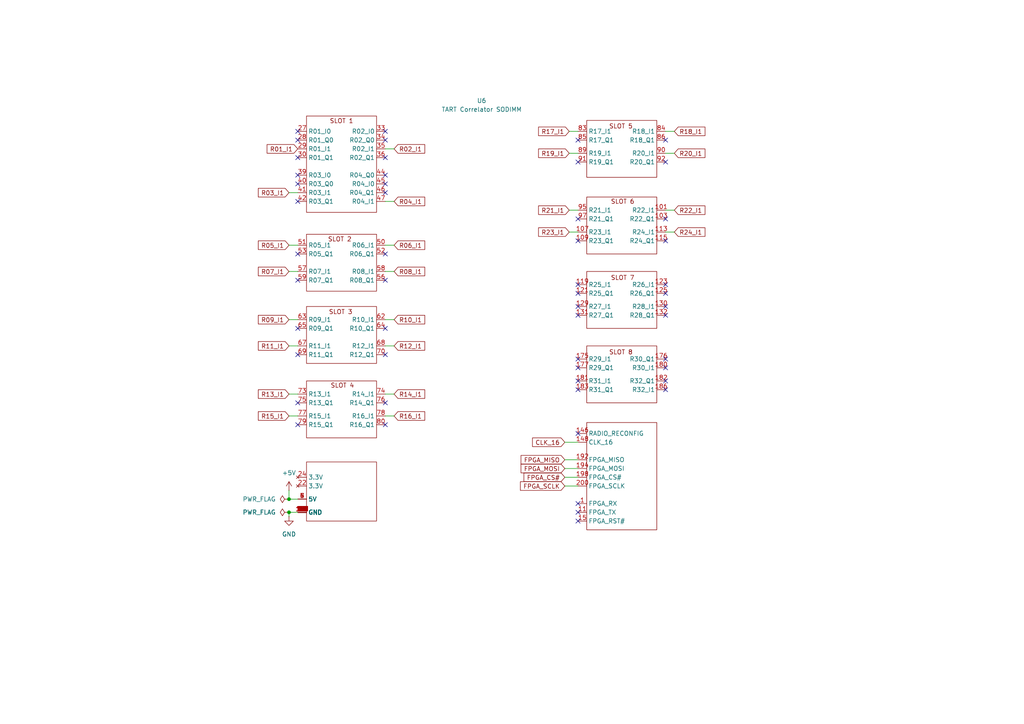
<source format=kicad_sch>
(kicad_sch (version 20250114) (generator "eeschema") (generator_version "9.0")
  (paper "A4")
  (lib_symbols
    (symbol "TART_Library:TART_Correlator"
      (property "Reference" "U" (at 33.02 -35.56 0))
      (property "Value" "TART Correlator SODIMM" (at -3.048 -7.874 0))
      (symbol "TART_Correlator_0_0"
        (pin no_connect line (at -95.25 66.04 0) (length 2.54) (hide yes) (name "NC") (number "10"))
        (pin no_connect line (at -95.25 63.5 0) (length 2.54) (hide yes) (name "NC") (number "12"))
        (pin no_connect line (at -95.25 60.96 0) (length 2.54) (hide yes) (name "NC") (number "16"))
        (pin no_connect line (at -95.25 58.42 0) (length 2.54) (hide yes) (name "NC") (number "17"))
        (pin no_connect line (at -95.25 55.88 0) (length 2.54) (hide yes) (name "NC") (number "18"))
        (pin no_connect line (at -95.25 53.34 0) (length 2.54) (hide yes) (name "NC") (number "21"))
        (pin no_connect line (at -95.25 50.8 0) (length 2.54) (hide yes) (name "NC") (number "23"))
        (pin no_connect line (at -95.25 48.26 0) (length 2.54) (hide yes) (name "NC") (number "81"))
        (pin no_connect line (at -95.25 45.72 0) (length 2.54) (hide yes) (name "NC") (number "82"))
        (pin no_connect line (at -95.25 43.18 0) (length 2.54) (hide yes) (name "NC") (number "87"))
        (pin no_connect line (at -95.25 40.64 0) (length 2.54) (hide yes) (name "NC") (number "88"))
        (pin no_connect line (at -95.25 38.1 0) (length 2.54) (hide yes) (name "NC") (number "93"))
        (pin no_connect line (at -95.25 35.56 0) (length 2.54) (hide yes) (name "NC") (number "94"))
        (pin no_connect line (at -95.25 33.02 0) (length 2.54) (hide yes) (name "NC") (number "96"))
        (pin no_connect line (at -95.25 30.48 0) (length 2.54) (hide yes) (name "NC") (number "98"))
        (pin no_connect line (at -95.25 27.94 0) (length 2.54) (hide yes) (name "NC") (number "99"))
        (pin no_connect line (at -95.25 25.4 0) (length 2.54) (hide yes) (name "NC") (number "100"))
        (pin no_connect line (at -95.25 22.86 0) (length 2.54) (hide yes) (name "NC") (number "102"))
        (pin no_connect line (at -95.25 20.32 0) (length 2.54) (hide yes) (name "NC") (number "104"))
        (pin no_connect line (at -95.25 17.78 0) (length 2.54) (hide yes) (name "NC") (number "105"))
        (pin no_connect line (at -95.25 15.24 0) (length 2.54) (hide yes) (name "NC") (number "106"))
        (pin no_connect line (at -95.25 12.7 0) (length 2.54) (hide yes) (name "NC") (number "108"))
        (pin no_connect line (at -95.25 10.16 0) (length 2.54) (hide yes) (name "NC") (number "110"))
        (pin no_connect line (at -95.25 7.62 0) (length 2.54) (hide yes) (name "NC") (number "111"))
        (pin no_connect line (at -95.25 5.08 0) (length 2.54) (hide yes) (name "NC") (number "112"))
        (pin no_connect line (at -95.25 2.54 0) (length 2.54) (hide yes) (name "NC") (number "114"))
        (pin no_connect line (at -95.25 0 0) (length 2.54) (hide yes) (name "NC") (number "116"))
        (pin no_connect line (at -95.25 -2.54 0) (length 2.54) (hide yes) (name "NC") (number "117"))
        (pin no_connect line (at -95.25 -5.08 0) (length 2.54) (hide yes) (name "NC") (number "118"))
        (pin no_connect line (at -95.25 -7.62 0) (length 2.54) (hide yes) (name "NC") (number "120"))
        (pin no_connect line (at -95.25 -10.16 0) (length 2.54) (hide yes) (name "NC") (number "122"))
        (pin no_connect line (at -95.25 -12.7 0) (length 2.54) (hide yes) (name "NC") (number "126"))
        (pin no_connect line (at -95.25 -15.24 0) (length 2.54) (hide yes) (name "NC") (number "124"))
        (pin no_connect line (at -73.66 63.5 0) (length 2.54) (hide yes) (name "NC") (number "136"))
        (pin no_connect line (at -73.66 60.96 0) (length 2.54) (hide yes) (name "NC") (number "137"))
        (pin no_connect line (at -73.66 58.42 0) (length 2.54) (hide yes) (name "NC") (number "140"))
        (pin no_connect line (at -73.66 55.88 0) (length 2.54) (hide yes) (name "NC") (number "141"))
        (pin no_connect line (at -73.66 53.34 0) (length 2.54) (hide yes) (name "NC") (number "142"))
        (pin no_connect line (at -73.66 50.8 0) (length 2.54) (hide yes) (name "NC") (number "143"))
        (pin no_connect line (at -73.66 48.26 0) (length 2.54) (hide yes) (name "NC") (number "147"))
        (pin no_connect line (at -73.66 45.72 0) (length 2.54) (hide yes) (name "NC") (number "149"))
        (pin no_connect line (at -73.66 43.18 0) (length 2.54) (hide yes) (name "NC") (number "152"))
        (pin no_connect line (at -73.66 40.64 0) (length 2.54) (hide yes) (name "NC") (number "153"))
        (pin no_connect line (at -73.66 38.1 0) (length 2.54) (hide yes) (name "NC") (number "154"))
        (pin no_connect line (at -73.66 35.56 0) (length 2.54) (hide yes) (name "NC") (number "157"))
        (pin no_connect line (at -73.66 33.02 0) (length 2.54) (hide yes) (name "NC") (number "158"))
        (pin no_connect line (at -73.66 30.48 0) (length 2.54) (hide yes) (name "NC") (number "159"))
        (pin no_connect line (at -73.66 27.94 0) (length 2.54) (hide yes) (name "NC") (number "160"))
        (pin no_connect line (at -73.66 25.4 0) (length 2.54) (hide yes) (name "NC") (number "163"))
        (pin no_connect line (at -73.66 22.86 0) (length 2.54) (hide yes) (name "NC") (number "164"))
        (pin no_connect line (at -73.66 20.32 0) (length 2.54) (hide yes) (name "NC") (number "165"))
        (pin no_connect line (at -73.66 17.78 0) (length 2.54) (hide yes) (name "NC") (number "166"))
        (pin no_connect line (at -73.66 15.24 0) (length 2.54) (hide yes) (name "NC") (number "169"))
        (pin no_connect line (at -73.66 12.7 0) (length 2.54) (hide yes) (name "NC") (number "170"))
        (pin no_connect line (at -73.66 10.16 0) (length 2.54) (hide yes) (name "NC") (number "171"))
        (pin no_connect line (at -73.66 7.62 0) (length 2.54) (hide yes) (name "NC") (number "174"))
        (pin no_connect line (at -73.66 5.08 0) (length 2.54) (hide yes) (name "NC") (number "187"))
        (pin no_connect line (at -73.66 2.54 0) (length 2.54) (hide yes) (name "NC") (number "188"))
        (pin no_connect line (at -73.66 0 0) (length 2.54) (hide yes) (name "NC") (number "191"))
        (pin no_connect line (at -73.66 -2.54 0) (length 2.54) (hide yes) (name "NC") (number "193"))
        (pin no_connect line (at -73.66 -5.08 0) (length 2.54) (hide yes) (name "NC") (number "197"))
        (pin no_connect line (at -73.66 -7.62 0) (length 2.54) (hide yes) (name "NC") (number "199"))
        (pin no_connect line (at -73.66 -10.16 0) (length 2.54) (hide yes) (name "NC") (number "201"))
        (pin no_connect line (at -73.66 -12.7 0) (length 2.54) (hide yes) (name "NC") (number "202"))
        (pin no_connect line (at -73.66 -15.24 0) (length 2.54) (hide yes) (name "NC") (number "203"))
        (pin no_connect line (at -73.66 -17.78 0) (length 2.54) (hide yes) (name "NC") (number "204"))
        (pin input line (at -48.26 72.39 0) (length 2.54) (name "R01_I0") (number "27"))
        (pin input line (at -48.26 69.85 0) (length 2.54) (name "R01_Q0") (number "28"))
        (pin input line (at -48.26 67.31 0) (length 2.54) (name "R01_I1") (number "29"))
        (pin input line (at -48.26 64.77 0) (length 2.54) (name "R01_Q1") (number "30"))
        (pin input line (at -48.26 59.69 0) (length 2.54) (name "R03_I0") (number "39"))
        (pin input line (at -48.26 57.15 0) (length 2.54) (name "R03_Q0") (number "40"))
        (pin input line (at -48.26 54.61 0) (length 2.54) (name "R03_I1") (number "41"))
        (pin input line (at -48.26 52.07 0) (length 2.54) (name "R03_Q1") (number "42"))
        (pin input line (at -48.26 39.37 0) (length 2.54) (name "R05_I1") (number "51"))
        (pin input line (at -48.26 36.83 0) (length 2.54) (name "R05_Q1") (number "53"))
        (pin input line (at -48.26 31.75 0) (length 2.54) (name "R07_I1") (number "57"))
        (pin input line (at -48.26 29.21 0) (length 2.54) (name "R07_Q1") (number "59"))
        (pin input line (at -48.26 17.78 0) (length 2.54) (name "R09_I1") (number "63"))
        (pin input line (at -48.26 15.24 0) (length 2.54) (name "R09_Q1") (number "65"))
        (pin input line (at -48.26 10.16 0) (length 2.54) (name "R11_I1") (number "67"))
        (pin input line (at -48.26 7.62 0) (length 2.54) (name "R11_Q1") (number "69"))
        (pin input line (at -48.26 -3.81 0) (length 2.54) (name "R13_I1") (number "73"))
        (pin input line (at -48.26 -6.35 0) (length 2.54) (name "R13_Q1") (number "75"))
        (pin input line (at -48.26 -10.16 0) (length 2.54) (name "R15_I1") (number "77"))
        (pin input line (at -48.26 -12.7 0) (length 2.54) (name "R15_Q1") (number "79"))
        (pin power_in line (at -48.26 -34.29 0) (length 2.54) (name "5V") (number "4"))
        (pin power_in line (at -48.26 -34.29 0) (length 2.54) (name "5V") (number "5"))
        (pin power_in line (at -48.26 -34.29 0) (length 2.54) (name "5V") (number "6"))
        (pin power_in line (at -48.26 -34.29 0) (length 2.54) (name "5V") (number "7"))
        (pin power_in line (at -48.26 -38.1 0) (length 2.54) (name "GND") (number "127"))
        (pin power_in line (at -48.26 -38.1 0) (length 2.54) (name "GND") (number "128"))
        (pin power_in line (at -48.26 -38.1 0) (length 2.54) (name "GND") (number "13"))
        (pin power_in line (at -48.26 -38.1 0) (length 2.54) (name "GND") (number "133"))
        (pin power_in line (at -48.26 -38.1 0) (length 2.54) (name "GND") (number "134"))
        (pin power_in line (at -48.26 -38.1 0) (length 2.54) (name "GND") (number "138"))
        (pin power_in line (at -48.26 -38.1 0) (length 2.54) (name "GND") (number "139"))
        (pin power_in line (at -48.26 -38.1 0) (length 2.54) (name "GND") (number "14"))
        (pin power_in line (at -48.26 -38.1 0) (length 2.54) (name "GND") (number "144"))
        (pin power_in line (at -48.26 -38.1 0) (length 2.54) (name "GND") (number "145"))
        (pin power_in line (at -48.26 -38.1 0) (length 2.54) (name "GND") (number "150"))
        (pin power_in line (at -48.26 -38.1 0) (length 2.54) (name "GND") (number "151"))
        (pin power_in line (at -48.26 -38.1 0) (length 2.54) (name "GND") (number "155"))
        (pin power_in line (at -48.26 -38.1 0) (length 2.54) (name "GND") (number "156"))
        (pin power_in line (at -48.26 -38.1 0) (length 2.54) (name "GND") (number "161"))
        (pin power_in line (at -48.26 -38.1 0) (length 2.54) (name "GND") (number "162"))
        (pin power_in line (at -48.26 -38.1 0) (length 2.54) (name "GND") (number "167"))
        (pin power_in line (at -48.26 -38.1 0) (length 2.54) (name "GND") (number "168"))
        (pin power_in line (at -48.26 -38.1 0) (length 2.54) (name "GND") (number "172"))
        (pin power_in line (at -48.26 -38.1 0) (length 2.54) (name "GND") (number "173"))
        (pin power_in line (at -48.26 -38.1 0) (length 2.54) (name "GND") (number "178"))
        (pin power_in line (at -48.26 -38.1 0) (length 2.54) (name "GND") (number "179"))
        (pin power_in line (at -48.26 -38.1 0) (length 2.54) (name "GND") (number "184"))
        (pin power_in line (at -48.26 -38.1 0) (length 2.54) (name "GND") (number "185"))
        (pin power_in line (at -48.26 -38.1 0) (length 2.54) (name "GND") (number "189"))
        (pin power_in line (at -48.26 -38.1 0) (length 2.54) (name "GND") (number "19"))
        (pin power_in line (at -48.26 -38.1 0) (length 2.54) (name "GND") (number "190"))
        (pin power_in line (at -48.26 -38.1 0) (length 2.54) (name "GND") (number "195"))
        (pin power_in line (at -48.26 -38.1 0) (length 2.54) (name "GND") (number "196"))
        (pin power_in line (at -48.26 -38.1 0) (length 2.54) (name "GND") (number "2"))
        (pin power_in line (at -48.26 -38.1 0) (length 2.54) (name "GND") (number "20"))
        (pin power_in line (at -48.26 -38.1 0) (length 2.54) (name "GND") (number "25"))
        (pin power_in line (at -48.26 -38.1 0) (length 2.54) (name "GND") (number "26"))
        (pin power_in line (at -48.26 -38.1 0) (length 2.54) (name "GND") (number "3"))
        (pin power_in line (at -48.26 -38.1 0) (length 2.54) (name "GND") (number "31"))
        (pin power_in line (at -48.26 -38.1 0) (length 2.54) (name "GND") (number "32"))
        (pin power_in line (at -48.26 -38.1 0) (length 2.54) (name "GND") (number "37"))
        (pin power_in line (at -48.26 -38.1 0) (length 2.54) (name "GND") (number "38"))
        (pin power_in line (at -48.26 -38.1 0) (length 2.54) (name "GND") (number "43"))
        (pin power_in line (at -48.26 -38.1 0) (length 2.54) (name "GND") (number "48"))
        (pin power_in line (at -48.26 -38.1 0) (length 2.54) (name "GND") (number "49"))
        (pin power_in line (at -48.26 -38.1 0) (length 2.54) (name "GND") (number "54"))
        (pin power_in line (at -48.26 -38.1 0) (length 2.54) (name "GND") (number "55"))
        (pin power_in line (at -48.26 -38.1 0) (length 2.54) (name "GND") (number "60"))
        (pin power_in line (at -48.26 -38.1 0) (length 2.54) (name "GND") (number "61"))
        (pin power_in line (at -48.26 -38.1 0) (length 2.54) (name "GND") (number "66"))
        (pin power_in line (at -48.26 -38.1 0) (length 2.54) (name "GND") (number "71"))
        (pin power_in line (at -48.26 -38.1 0) (length 2.54) (name "GND") (number "72"))
        (pin power_in line (at -48.26 -38.1 0) (length 2.54) (name "GND") (number "8"))
        (pin power_in line (at -48.26 -38.1 0) (length 2.54) (name "GND") (number "9"))
        (pin input line (at -22.86 72.39 180) (length 2.54) (name "R02_I0") (number "33"))
        (pin input line (at -22.86 69.85 180) (length 2.54) (name "R02_Q0") (number "34"))
        (pin input line (at -22.86 67.31 180) (length 2.54) (name "R02_I1") (number "35"))
        (pin input line (at -22.86 64.77 180) (length 2.54) (name "R02_Q1") (number "36"))
        (pin input line (at -22.86 59.69 180) (length 2.54) (name "R04_Q0") (number "44"))
        (pin input line (at -22.86 57.15 180) (length 2.54) (name "R04_I0") (number "45"))
        (pin input line (at -22.86 54.61 180) (length 2.54) (name "R04_Q1") (number "46"))
        (pin input line (at -22.86 52.07 180) (length 2.54) (name "R04_I1") (number "47"))
        (pin input line (at -22.86 39.37 180) (length 2.54) (name "R06_I1") (number "50"))
        (pin input line (at -22.86 36.83 180) (length 2.54) (name "R06_Q1") (number "52"))
        (pin input line (at -22.86 31.75 180) (length 2.54) (name "R08_I1") (number "58"))
        (pin input line (at -22.86 29.21 180) (length 2.54) (name "R08_Q1") (number "56"))
        (pin input line (at -22.86 17.78 180) (length 2.54) (name "R10_I1") (number "62"))
        (pin input line (at -22.86 15.24 180) (length 2.54) (name "R10_Q1") (number "64"))
        (pin input line (at -22.86 10.16 180) (length 2.54) (name "R12_I1") (number "68"))
        (pin input line (at -22.86 7.62 180) (length 2.54) (name "R12_Q1") (number "70"))
        (pin input line (at -22.86 -3.81 180) (length 2.54) (name "R14_I1") (number "74"))
        (pin input line (at -22.86 -6.35 180) (length 2.54) (name "R14_Q1") (number "76"))
        (pin input line (at -22.86 -10.16 180) (length 2.54) (name "R16_I1") (number "78"))
        (pin input line (at -22.86 -12.7 180) (length 2.54) (name "R16_Q1") (number "80"))
        (pin input line (at 33.02 72.39 0) (length 2.54) (name "R17_I1") (number "83"))
        (pin input line (at 33.02 69.85 0) (length 2.54) (name "R17_Q1") (number "85"))
        (pin input line (at 33.02 66.04 0) (length 2.54) (name "R19_I1") (number "89"))
        (pin input line (at 33.02 63.5 0) (length 2.54) (name "R19_Q1") (number "91"))
        (pin input line (at 33.02 49.53 0) (length 2.54) (name "R21_I1") (number "95"))
        (pin input line (at 33.02 46.99 0) (length 2.54) (name "R21_Q1") (number "97"))
        (pin input line (at 33.02 43.18 0) (length 2.54) (name "R23_I1") (number "107"))
        (pin input line (at 33.02 40.64 0) (length 2.54) (name "R23_Q1") (number "109"))
        (pin input line (at 33.02 27.94 0) (length 2.54) (name "R25_I1") (number "119"))
        (pin input line (at 33.02 25.4 0) (length 2.54) (name "R25_Q1") (number "121"))
        (pin input line (at 33.02 21.59 0) (length 2.54) (name "R27_I1") (number "129"))
        (pin input line (at 33.02 19.05 0) (length 2.54) (name "R27_Q1") (number "131"))
        (pin input line (at 33.02 6.35 0) (length 2.54) (name "R29_I1") (number "175"))
        (pin input line (at 33.02 3.81 0) (length 2.54) (name "R29_Q1") (number "177"))
        (pin input line (at 33.02 0 0) (length 2.54) (name "R31_I1") (number "181"))
        (pin input line (at 33.02 -2.54 0) (length 2.54) (name "R31_Q1") (number "183"))
        (pin unspecified line (at 33.02 -15.24 0) (length 2.54) (name "RADIO_RECONFIG") (number "146"))
        (pin unspecified line (at 33.02 -17.78 0) (length 2.54) (name "CLK_16") (number "148"))
        (pin unspecified line (at 33.02 -22.86 0) (length 2.54) (name "FPGA_MISO") (number "192"))
        (pin unspecified line (at 33.02 -25.4 0) (length 2.54) (name "FPGA_MOSI") (number "194"))
        (pin unspecified line (at 33.02 -27.94 0) (length 2.54) (name "FPGA_CS#") (number "198"))
        (pin unspecified line (at 33.02 -30.48 0) (length 2.54) (name "FPGA_SCLK") (number "200"))
        (pin unspecified line (at 33.02 -35.56 0) (length 2.54) (name "FPGA_RX") (number "1"))
        (pin unspecified line (at 33.02 -38.1 0) (length 2.54) (name "FPGA_TX") (number "11"))
        (pin unspecified line (at 33.02 -40.64 0) (length 2.54) (name "FPGA_RST#") (number "15"))
        (pin input line (at 58.42 72.39 180) (length 2.54) (name "R18_I1") (number "84"))
        (pin input line (at 58.42 69.85 180) (length 2.54) (name "R18_Q1") (number "86"))
        (pin input line (at 58.42 66.04 180) (length 2.54) (name "R20_I1") (number "90"))
        (pin input line (at 58.42 63.5 180) (length 2.54) (name "R20_Q1") (number "92"))
        (pin input line (at 58.42 49.53 180) (length 2.54) (name "R22_I1") (number "101"))
        (pin input line (at 58.42 46.99 180) (length 2.54) (name "R22_Q1") (number "103"))
        (pin input line (at 58.42 43.18 180) (length 2.54) (name "R24_I1") (number "113"))
        (pin input line (at 58.42 40.64 180) (length 2.54) (name "R24_Q1") (number "115"))
        (pin input line (at 58.42 27.94 180) (length 2.54) (name "R26_I1") (number "123"))
        (pin input line (at 58.42 25.4 180) (length 2.54) (name "R26_Q1") (number "125"))
        (pin input line (at 58.42 21.59 180) (length 2.54) (name "R28_I1") (number "130"))
        (pin input line (at 58.42 19.05 180) (length 2.54) (name "R28_Q1") (number "132"))
        (pin input line (at 58.42 6.35 180) (length 2.54) (name "R30_Q1") (number "176"))
        (pin input line (at 58.42 3.81 180) (length 2.54) (name "R30_I1") (number "180"))
        (pin input line (at 58.42 0 180) (length 2.54) (name "R32_Q1") (number "182"))
        (pin input line (at 58.42 -2.54 180) (length 2.54) (name "R32_I1") (number "186"))
      )
      (symbol "TART_Correlator_0_1"
        (rectangle (start -45.72 76.835) (end -25.4 48.895))
        (rectangle (start -45.72 42.545) (end -25.4 26.035))
        (rectangle (start -45.72 21.59) (end -25.4 5.08))
        (rectangle (start -45.72 0) (end -25.4 -16.51))
        (rectangle (start -45.72 -23.495) (end -25.4 -40.64))
        (rectangle (start 35.56 75.565) (end 55.88 59.055))
        (rectangle (start 35.56 53.34) (end 55.88 36.83))
        (rectangle (start 35.56 31.75) (end 55.88 15.24))
        (rectangle (start 35.56 10.16) (end 55.88 -6.35))
        (rectangle (start 35.56 -12.065) (end 55.88 -43.18))
      )
      (symbol "TART_Correlator_1_0"
        (pin no_connect line (at -73.66 66.04 0) (length 2.54) (hide yes) (name "NC") (number "135"))
        (pin no_connect line (at -48.26 -27.94 0) (length 2.54) (name "3.3V") (number "24"))
        (pin no_connect line (at -48.26 -30.48 0) (length 2.54) (name "3.3V") (number "22"))
      )
      (symbol "TART_Correlator_1_1"
        (text "SLOT 2" (at -36.068 41.148 0) (effects (font (size 1.27 1.27))))
        (text "SLOT 3" (at -35.814 20.066 0) (effects (font (size 1.27 1.27))))
        (text "SLOT 1" (at -35.56 75.438 0) (effects (font (size 1.27 1.27))))
        (text "SLOT 4" (at -35.306 -1.27 0) (effects (font (size 1.27 1.27))))
        (text "SLOT 5" (at 45.466 73.914 0) (effects (font (size 1.27 1.27))))
        (text "SLOT 8" (at 45.466 8.382 0) (effects (font (size 1.27 1.27))))
        (text "SLOT 6" (at 45.974 52.07 0) (effects (font (size 1.27 1.27))))
        (text "SLOT 7" (at 45.974 29.972 0) (effects (font (size 1.27 1.27))))
      )
    )
    (symbol "power:+5V" (power) (pin_numbers (hide yes)) (pin_names (offset 0) (hide yes))
      (property "Value" "+5V" (at 0 3.556 0))
      (symbol "+5V_0_1"
        (polyline (pts (xy -0.762 1.27) (xy 0 2.54)))
        (polyline (pts (xy 0 2.54) (xy 0.762 1.27)))
        (polyline (pts (xy 0 0) (xy 0 2.54)))
      )
      (symbol "+5V_1_1"
        (pin power_in line (at 0 0 90) (length 0) (name "~") (number "1"))
      )
    )
    (symbol "power:GND" (power) (pin_numbers (hide yes)) (pin_names (offset 0) (hide yes))
      (property "Value" "GND" (at 0 -3.81 0))
      (symbol "GND_0_1"
        (polyline (pts (xy 0 0) (xy 0 -1.27) (xy 1.27 -1.27) (xy 0 -2.54) (xy -1.27 -1.27) (xy 0 -1.27)))
      )
      (symbol "GND_1_1"
        (pin power_in line (at 0 0 270) (length 0) (name "~") (number "1"))
      )
    )
    (symbol "power:PWR_FLAG" (power) (pin_numbers (hide yes)) (pin_names (offset 0) (hide yes))
      (property "Value" "PWR_FLAG" (at 0 3.81 0))
      (symbol "PWR_FLAG_0_0"
        (pin power_out line (at 0 0 90) (length 0) (name "~") (number "1"))
      )
      (symbol "PWR_FLAG_0_1"
        (polyline (pts (xy 0 0) (xy 0 1.27) (xy -1.016 1.905) (xy 0 2.54) (xy 1.016 1.905) (xy 0 1.27)))
      )
    )
  )
  (junction (at 83.82 148.59))
  (junction (at 83.82 144.78))
  (no_connect (at 86.36 50.8))
  (no_connect (at 193.04 46.99))
  (no_connect (at 167.64 151.13))
  (no_connect (at 167.64 113.03))
  (no_connect (at 111.76 40.64))
  (no_connect (at 193.04 104.14))
  (no_connect (at 167.64 146.05))
  (no_connect (at 167.64 106.68))
  (no_connect (at 167.64 46.99))
  (no_connect (at 86.36 73.66))
  (no_connect (at 111.76 116.84))
  (no_connect (at 167.64 63.5))
  (no_connect (at 167.64 125.73))
  (no_connect (at 86.36 45.72))
  (no_connect (at 86.36 123.19))
  (no_connect (at 167.64 82.55))
  (no_connect (at 167.64 104.14))
  (no_connect (at 86.36 81.28))
  (no_connect (at 167.64 148.59))
  (no_connect (at 111.76 53.34))
  (no_connect (at 167.64 69.85))
  (no_connect (at 111.76 81.28))
  (no_connect (at 193.04 106.68))
  (no_connect (at 193.04 91.44))
  (no_connect (at 111.76 73.66))
  (no_connect (at 167.64 40.64))
  (no_connect (at 193.04 69.85))
  (no_connect (at 193.04 40.64))
  (no_connect (at 193.04 110.49))
  (no_connect (at 86.36 40.64))
  (no_connect (at 111.76 50.8))
  (no_connect (at 193.04 85.09))
  (no_connect (at 86.36 102.87))
  (no_connect (at 86.36 38.1))
  (no_connect (at 193.04 88.9))
  (no_connect (at 193.04 63.5))
  (no_connect (at 167.64 91.44))
  (no_connect (at 86.36 116.84))
  (no_connect (at 167.64 110.49))
  (no_connect (at 111.76 123.19))
  (no_connect (at 111.76 45.72))
  (no_connect (at 111.76 55.88))
  (no_connect (at 86.36 53.34))
  (no_connect (at 111.76 102.87))
  (no_connect (at 193.04 82.55))
  (no_connect (at 193.04 113.03))
  (no_connect (at 86.36 95.25))
  (no_connect (at 167.64 88.9))
  (no_connect (at 111.76 95.25))
  (no_connect (at 111.76 38.1))
  (no_connect (at 86.36 58.42))
  (no_connect (at 167.64 85.09))
  (wire (pts (xy 163.83 128.27) (xy 167.64 128.27)))
  (wire (pts (xy 86.36 148.59) (xy 83.82 148.59)))
  (wire (pts (xy 83.82 71.12) (xy 86.36 71.12)))
  (wire (pts (xy 163.83 135.89) (xy 167.64 135.89)))
  (wire (pts (xy 114.3 71.12) (xy 111.76 71.12)))
  (wire (pts (xy 83.82 120.65) (xy 86.36 120.65)))
  (wire (pts (xy 114.3 100.33) (xy 111.76 100.33)))
  (wire (pts (xy 114.3 114.3) (xy 111.76 114.3)))
  (wire (pts (xy 195.58 38.1) (xy 193.04 38.1)))
  (wire (pts (xy 83.82 78.74) (xy 86.36 78.74)))
  (wire (pts (xy 165.1 44.45) (xy 167.64 44.45)))
  (wire (pts (xy 83.82 144.78) (xy 83.82 142.24)))
  (wire (pts (xy 163.83 138.43) (xy 167.64 138.43)))
  (wire (pts (xy 86.36 144.78) (xy 83.82 144.78)))
  (wire (pts (xy 114.3 78.74) (xy 111.76 78.74)))
  (wire (pts (xy 114.3 120.65) (xy 111.76 120.65)))
  (wire (pts (xy 114.3 92.71) (xy 111.76 92.71)))
  (wire (pts (xy 83.82 114.3) (xy 86.36 114.3)))
  (wire (pts (xy 114.3 58.42) (xy 111.76 58.42)))
  (wire (pts (xy 195.58 44.45) (xy 193.04 44.45)))
  (wire (pts (xy 114.3 43.18) (xy 111.76 43.18)))
  (wire (pts (xy 163.83 133.35) (xy 167.64 133.35)))
  (wire (pts (xy 83.82 55.88) (xy 86.36 55.88)))
  (wire (pts (xy 165.1 38.1) (xy 167.64 38.1)))
  (wire (pts (xy 195.58 67.31) (xy 193.04 67.31)))
  (wire (pts (xy 165.1 67.31) (xy 167.64 67.31)))
  (wire (pts (xy 83.82 100.33) (xy 86.36 100.33)))
  (wire (pts (xy 165.1 60.96) (xy 167.64 60.96)))
  (wire (pts (xy 83.82 148.59) (xy 83.82 149.86)))
  (wire (pts (xy 83.82 92.71) (xy 86.36 92.71)))
  (wire (pts (xy 163.83 140.97) (xy 167.64 140.97)))
  (wire (pts (xy 195.58 60.96) (xy 193.04 60.96)))
  (global_label "R23_I1" (shape input) (at 165.1 67.31 180) (property "Intersheetrefs" "${INTERSHEET_REFS}" (effects (hide yes))))
  (global_label "R09_I1" (shape input) (at 83.82 92.71 180) (property "Intersheetrefs" "${INTERSHEET_REFS}" (effects (hide yes))))
  (global_label "R10_I1" (shape input) (at 114.3 92.71 0) (property "Intersheetrefs" "${INTERSHEET_REFS}" (effects (hide yes))))
  (global_label "R16_I1" (shape input) (at 114.3 120.65 0) (property "Intersheetrefs" "${INTERSHEET_REFS}" (effects (hide yes))))
  (global_label "R08_I1" (shape input) (at 114.3 78.74 0) (property "Intersheetrefs" "${INTERSHEET_REFS}" (effects (hide yes))))
  (global_label "R15_I1" (shape input) (at 83.82 120.65 180) (property "Intersheetrefs" "${INTERSHEET_REFS}" (effects (hide yes))))
  (global_label "R01_I1" (shape input) (at 86.36 43.18 180) (property "Intersheetrefs" "${INTERSHEET_REFS}" (effects (hide yes))))
  (global_label "R18_I1" (shape input) (at 195.58 38.1 0) (property "Intersheetrefs" "${INTERSHEET_REFS}" (effects (hide yes))))
  (global_label "R14_I1" (shape input) (at 114.3 114.3 0) (property "Intersheetrefs" "${INTERSHEET_REFS}" (effects (hide yes))))
  (global_label "FPGA_CS#" (shape input) (at 163.83 138.43 180) (property "Intersheetrefs" "${INTERSHEET_REFS}" (effects (hide yes))))
  (global_label "R04_I1" (shape input) (at 114.3 58.42 0) (property "Intersheetrefs" "${INTERSHEET_REFS}" (effects (hide yes))))
  (global_label "FPGA_MISO" (shape input) (at 163.83 133.35 180) (property "Intersheetrefs" "${INTERSHEET_REFS}" (effects (hide yes))))
  (global_label "R07_I1" (shape input) (at 83.82 78.74 180) (property "Intersheetrefs" "${INTERSHEET_REFS}" (effects (hide yes))))
  (global_label "R06_I1" (shape input) (at 114.3 71.12 0) (property "Intersheetrefs" "${INTERSHEET_REFS}" (effects (hide yes))))
  (global_label "R17_I1" (shape input) (at 165.1 38.1 180) (property "Intersheetrefs" "${INTERSHEET_REFS}" (effects (hide yes))))
  (global_label "R03_I1" (shape input) (at 83.82 55.88 180) (property "Intersheetrefs" "${INTERSHEET_REFS}" (effects (hide yes))))
  (global_label "CLK_16" (shape input) (at 163.83 128.27 180) (property "Intersheetrefs" "${INTERSHEET_REFS}" (effects (hide yes))))
  (global_label "R11_I1" (shape input) (at 83.82 100.33 180) (property "Intersheetrefs" "${INTERSHEET_REFS}" (effects (hide yes))))
  (global_label "R21_I1" (shape input) (at 165.1 60.96 180) (property "Intersheetrefs" "${INTERSHEET_REFS}" (effects (hide yes))))
  (global_label "R22_I1" (shape input) (at 195.58 60.96 0) (property "Intersheetrefs" "${INTERSHEET_REFS}" (effects (hide yes))))
  (global_label "R02_I1" (shape input) (at 114.3 43.18 0) (property "Intersheetrefs" "${INTERSHEET_REFS}" (effects (hide yes))))
  (global_label "R24_I1" (shape input) (at 195.58 67.31 0) (property "Intersheetrefs" "${INTERSHEET_REFS}" (effects (hide yes))))
  (global_label "R13_I1" (shape input) (at 83.82 114.3 180) (property "Intersheetrefs" "${INTERSHEET_REFS}" (effects (hide yes))))
  (global_label "R05_I1" (shape input) (at 83.82 71.12 180) (property "Intersheetrefs" "${INTERSHEET_REFS}" (effects (hide yes))))
  (global_label "FPGA_SCLK" (shape input) (at 163.83 140.97 180) (property "Intersheetrefs" "${INTERSHEET_REFS}" (effects (hide yes))))
  (global_label "R20_I1" (shape input) (at 195.58 44.45 0) (property "Intersheetrefs" "${INTERSHEET_REFS}" (effects (hide yes))))
  (global_label "FPGA_MOSI" (shape input) (at 163.83 135.89 180) (property "Intersheetrefs" "${INTERSHEET_REFS}" (effects (hide yes))))
  (global_label "R19_I1" (shape input) (at 165.1 44.45 180) (property "Intersheetrefs" "${INTERSHEET_REFS}" (effects (hide yes))))
  (global_label "R12_I1" (shape input) (at 114.3 100.33 0) (property "Intersheetrefs" "${INTERSHEET_REFS}" (effects (hide yes))))
  (symbol (lib_id "power:+5V") (at 83.82 142.24 0) (unit 1)
    (property "Reference" "#PWR053" (effects (hide yes)))
    (property "Value" "+5V" (at 83.82 137.16 0))
    (property "Description" "Power symbol creates a global label with name \"+5V\"" (effects (hide yes)))
  )
  (symbol (lib_id "power:PWR_FLAG") (at 83.82 148.59 90) (unit 1)
    (property "Reference" "#FLG06" (effects (hide yes)))
    (property "Value" "PWR_FLAG" (at 80.01 148.5899 90) (effects (justify left)))
    (property "Description" "Special symbol for telling ERC where power comes from" (effects (hide yes)))
  )
  (symbol (lib_id "power:PWR_FLAG") (at 83.82 144.78 90) (unit 1)
    (property "Reference" "#FLG05" (effects (hide yes)))
    (property "Value" "PWR_FLAG" (at 80.01 144.7799 90) (effects (justify left)))
    (property "Description" "Special symbol for telling ERC where power comes from" (effects (hide yes)))
  )
  (symbol (lib_id "power:GND") (at 83.82 149.86 0) (unit 1)
    (property "Reference" "#PWR054" (effects (hide yes)))
    (property "Value" "GND" (at 83.82 154.94 0))
    (property "Description" "Power symbol creates a global label with name \"GND\" , ground" (effects (hide yes)))
  )
  (symbol (lib_id "TART_Library:TART_Correlator") (at 134.62 110.49 0) (unit 1)
    (property "Reference" "U6" (at 139.7 29.21 0))
    (property "Value" "TART Correlator SODIMM" (at 139.7 31.75 0))
    (property "Footprint" "TART_Library:SODIMM_DDR3_EDGE" (effects (hide yes)))
  )
)
</source>
